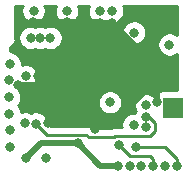
<source format=gbr>
G04 #@! TF.GenerationSoftware,KiCad,Pcbnew,(5.1.2)-1*
G04 #@! TF.CreationDate,2020-11-21T10:17:18+01:00*
G04 #@! TF.ProjectId,HB-ES-PMSwX-Pl_Gosund,48422d45-532d-4504-9d53-77582d506c5f,rev?*
G04 #@! TF.SameCoordinates,Original*
G04 #@! TF.FileFunction,Copper,L2,Inr*
G04 #@! TF.FilePolarity,Positive*
%FSLAX46Y46*%
G04 Gerber Fmt 4.6, Leading zero omitted, Abs format (unit mm)*
G04 Created by KiCad (PCBNEW (5.1.2)-1) date 2020-11-21 10:17:18*
%MOMM*%
%LPD*%
G04 APERTURE LIST*
%ADD10R,1.700000X1.700000*%
%ADD11C,0.800000*%
%ADD12C,0.250000*%
%ADD13C,0.500000*%
%ADD14C,0.254000*%
G04 APERTURE END LIST*
D10*
X126695200Y-66040000D03*
D11*
X121335800Y-65608200D03*
X123342400Y-67513200D03*
X121488200Y-57861200D03*
X118592600Y-69062600D03*
X114223800Y-63398400D03*
X122000000Y-71000000D03*
X120472200Y-57886600D03*
X117678200Y-57886600D03*
X114858800Y-57861200D03*
X114223800Y-70332600D03*
X123380500Y-59702700D03*
X126365000Y-60718700D03*
X125298200Y-63690500D03*
X125298200Y-61671200D03*
X120091200Y-67818000D03*
X125298200Y-65557400D03*
X115214400Y-63398400D03*
X125984000Y-71000000D03*
X120472200Y-58877200D03*
X117678200Y-58826400D03*
X114833400Y-58826400D03*
X121488200Y-58877200D03*
X116078000Y-67310000D03*
X113563400Y-64160400D03*
X123000000Y-71000000D03*
X124409200Y-66852800D03*
X115062000Y-67411600D03*
X115951000Y-70332600D03*
X124409200Y-65862200D03*
X114173000Y-67386200D03*
X112826800Y-69342000D03*
X112826800Y-67945000D03*
X112801400Y-66548000D03*
X112801400Y-65176400D03*
X112801400Y-63728600D03*
X112826800Y-62331600D03*
X127000000Y-71000000D03*
X115443000Y-60147200D03*
X123571000Y-69392800D03*
X125000000Y-71000000D03*
X114604800Y-60147200D03*
X122072400Y-69189600D03*
X124000000Y-71000000D03*
X116281200Y-60147200D03*
X124409200Y-67716400D03*
D12*
X117652800Y-57861200D02*
X117678200Y-57886600D01*
X121462800Y-57886600D02*
X121488200Y-57861200D01*
D13*
X123240800Y-67513200D02*
X123342400Y-67513200D01*
X120530000Y-71000000D02*
X118592600Y-69062600D01*
X122000000Y-71000000D02*
X120530000Y-71000000D01*
X115493800Y-69062600D02*
X118592600Y-69062600D01*
X114223800Y-70332600D02*
X115493800Y-69062600D01*
X114833400Y-58826400D02*
X117678200Y-58826400D01*
D12*
X120421400Y-58826400D02*
X120472200Y-58877200D01*
D13*
X117678200Y-58826400D02*
X120421400Y-58826400D01*
X124282200Y-61671200D02*
X125298200Y-61671200D01*
X121488200Y-58877200D02*
X124282200Y-61671200D01*
X125298200Y-61671200D02*
X125298200Y-65557400D01*
X120472200Y-58877200D02*
X121488200Y-58877200D01*
X116078000Y-66649600D02*
X116078000Y-67310000D01*
X113919000Y-64490600D02*
X113588800Y-64160400D01*
X113919000Y-64490600D02*
X116078000Y-66649600D01*
X113715800Y-64287400D02*
X113919000Y-64490600D01*
X114129085Y-64160400D02*
X113563400Y-64160400D01*
X115018085Y-64160400D02*
X114129085Y-64160400D01*
X115214400Y-63964085D02*
X115018085Y-64160400D01*
X115214400Y-63398400D02*
X115214400Y-63964085D01*
X119583200Y-67310000D02*
X116078000Y-67310000D01*
X120091200Y-67818000D02*
X119583200Y-67310000D01*
D12*
X124898201Y-64090499D02*
X125298200Y-63690500D01*
D13*
X122200501Y-66788199D02*
X124898201Y-64090499D01*
X121121001Y-66788199D02*
X122200501Y-66788199D01*
X120091200Y-67818000D02*
X121121001Y-66788199D01*
D12*
X124618602Y-66852800D02*
X124409200Y-66852800D01*
X125134201Y-67368399D02*
X124618602Y-66852800D01*
X125134201Y-68064401D02*
X125134201Y-67368399D01*
X119315013Y-68337599D02*
X119520415Y-68543001D01*
X119520415Y-68543001D02*
X121645997Y-68543001D01*
X124757201Y-68441401D02*
X125134201Y-68064401D01*
X121645997Y-68543001D02*
X121747597Y-68441401D01*
X121747597Y-68441401D02*
X124757201Y-68441401D01*
X115987999Y-68337599D02*
X115062000Y-67411600D01*
X119315013Y-68337599D02*
X115987999Y-68337599D01*
X127000000Y-70434315D02*
X127000000Y-71000000D01*
X125958485Y-69392800D02*
X127000000Y-70434315D01*
X123571000Y-69392800D02*
X125958485Y-69392800D01*
X122472399Y-69589599D02*
X122072400Y-69189600D01*
X123000601Y-70117801D02*
X122472399Y-69589599D01*
X124683486Y-70117801D02*
X123000601Y-70117801D01*
X125000000Y-70434315D02*
X124683486Y-70117801D01*
X125000000Y-71000000D02*
X125000000Y-70434315D01*
D14*
G36*
X113863574Y-57559302D02*
G01*
X113823800Y-57759261D01*
X113823800Y-57963139D01*
X113863574Y-58163098D01*
X113941595Y-58351456D01*
X114054863Y-58520974D01*
X114199026Y-58665137D01*
X114368544Y-58778405D01*
X114556902Y-58856426D01*
X114756861Y-58896200D01*
X114960739Y-58896200D01*
X115160698Y-58856426D01*
X115349056Y-58778405D01*
X115518574Y-58665137D01*
X115662737Y-58520974D01*
X115776005Y-58351456D01*
X115854026Y-58163098D01*
X115893800Y-57963139D01*
X115893800Y-57759261D01*
X115854026Y-57559302D01*
X115789532Y-57403600D01*
X116757989Y-57403600D01*
X116682974Y-57584702D01*
X116643200Y-57784661D01*
X116643200Y-57988539D01*
X116682974Y-58188498D01*
X116760995Y-58376856D01*
X116874263Y-58546374D01*
X117018426Y-58690537D01*
X117187944Y-58803805D01*
X117376302Y-58881826D01*
X117576261Y-58921600D01*
X117780139Y-58921600D01*
X117980098Y-58881826D01*
X118168456Y-58803805D01*
X118337974Y-58690537D01*
X118482137Y-58546374D01*
X118595405Y-58376856D01*
X118673426Y-58188498D01*
X118713200Y-57988539D01*
X118713200Y-57784661D01*
X118673426Y-57584702D01*
X118598411Y-57403600D01*
X119551989Y-57403600D01*
X119476974Y-57584702D01*
X119437200Y-57784661D01*
X119437200Y-57988539D01*
X119476974Y-58188498D01*
X119554995Y-58376856D01*
X119668263Y-58546374D01*
X119812426Y-58690537D01*
X119981944Y-58803805D01*
X120170302Y-58881826D01*
X120370261Y-58921600D01*
X120574139Y-58921600D01*
X120774098Y-58881826D01*
X120962456Y-58803805D01*
X120999503Y-58779051D01*
X121186302Y-58856426D01*
X121386261Y-58896200D01*
X121590139Y-58896200D01*
X121790098Y-58856426D01*
X121978456Y-58778405D01*
X122147974Y-58665137D01*
X122292137Y-58520974D01*
X122405405Y-58351456D01*
X122483426Y-58163098D01*
X122523200Y-57963139D01*
X122523200Y-57759261D01*
X122483426Y-57559302D01*
X122418932Y-57403600D01*
X127025800Y-57403600D01*
X127025800Y-59915789D01*
X127024774Y-59914763D01*
X126855256Y-59801495D01*
X126666898Y-59723474D01*
X126466939Y-59683700D01*
X126263061Y-59683700D01*
X126063102Y-59723474D01*
X125874744Y-59801495D01*
X125705226Y-59914763D01*
X125561063Y-60058926D01*
X125447795Y-60228444D01*
X125369774Y-60416802D01*
X125330000Y-60616761D01*
X125330000Y-60820639D01*
X125369774Y-61020598D01*
X125447795Y-61208956D01*
X125561063Y-61378474D01*
X125705226Y-61522637D01*
X125874744Y-61635905D01*
X126063102Y-61713926D01*
X126263061Y-61753700D01*
X126466939Y-61753700D01*
X126666898Y-61713926D01*
X126855256Y-61635905D01*
X127024774Y-61522637D01*
X127025800Y-61521611D01*
X127025801Y-64551928D01*
X125845200Y-64551928D01*
X125720718Y-64564188D01*
X125601020Y-64600498D01*
X125490706Y-64659463D01*
X125394015Y-64738815D01*
X125314663Y-64835506D01*
X125255698Y-64945820D01*
X125219388Y-65065518D01*
X125207128Y-65190000D01*
X125207128Y-65196417D01*
X125068974Y-65058263D01*
X124899456Y-64944995D01*
X124711098Y-64866974D01*
X124511139Y-64827200D01*
X124307261Y-64827200D01*
X124107302Y-64866974D01*
X123918944Y-64944995D01*
X123749426Y-65058263D01*
X123605263Y-65202426D01*
X123491995Y-65371944D01*
X123413974Y-65560302D01*
X123374200Y-65760261D01*
X123374200Y-65964139D01*
X123413974Y-66164098D01*
X123491995Y-66352456D01*
X123495365Y-66357500D01*
X123491995Y-66362544D01*
X123444088Y-66478200D01*
X123240461Y-66478200D01*
X123040502Y-66517974D01*
X122852144Y-66595995D01*
X122682626Y-66709263D01*
X122538463Y-66853426D01*
X122425195Y-67022944D01*
X122347174Y-67211302D01*
X122307400Y-67411261D01*
X122307400Y-67615139D01*
X122320580Y-67681401D01*
X121784919Y-67681401D01*
X121747596Y-67677725D01*
X121710274Y-67681401D01*
X121710264Y-67681401D01*
X121598611Y-67692398D01*
X121455350Y-67735855D01*
X121367147Y-67783001D01*
X119837227Y-67783001D01*
X119739289Y-67702625D01*
X119607260Y-67632053D01*
X119463999Y-67588596D01*
X119352346Y-67577599D01*
X119352335Y-67577599D01*
X119315013Y-67573923D01*
X119277691Y-67577599D01*
X116302801Y-67577599D01*
X116097000Y-67371798D01*
X116097000Y-67309661D01*
X116057226Y-67109702D01*
X115979205Y-66921344D01*
X115865937Y-66751826D01*
X115721774Y-66607663D01*
X115552256Y-66494395D01*
X115363898Y-66416374D01*
X115163939Y-66376600D01*
X114960061Y-66376600D01*
X114760102Y-66416374D01*
X114648160Y-66462742D01*
X114474898Y-66390974D01*
X114274939Y-66351200D01*
X114071061Y-66351200D01*
X113871102Y-66390974D01*
X113828918Y-66408447D01*
X113796626Y-66246102D01*
X113718605Y-66057744D01*
X113605337Y-65888226D01*
X113579311Y-65862200D01*
X113605337Y-65836174D01*
X113718605Y-65666656D01*
X113785043Y-65506261D01*
X120300800Y-65506261D01*
X120300800Y-65710139D01*
X120340574Y-65910098D01*
X120418595Y-66098456D01*
X120531863Y-66267974D01*
X120676026Y-66412137D01*
X120845544Y-66525405D01*
X121033902Y-66603426D01*
X121233861Y-66643200D01*
X121437739Y-66643200D01*
X121637698Y-66603426D01*
X121826056Y-66525405D01*
X121995574Y-66412137D01*
X122139737Y-66267974D01*
X122253005Y-66098456D01*
X122331026Y-65910098D01*
X122370800Y-65710139D01*
X122370800Y-65506261D01*
X122331026Y-65306302D01*
X122253005Y-65117944D01*
X122139737Y-64948426D01*
X121995574Y-64804263D01*
X121826056Y-64690995D01*
X121637698Y-64612974D01*
X121437739Y-64573200D01*
X121233861Y-64573200D01*
X121033902Y-64612974D01*
X120845544Y-64690995D01*
X120676026Y-64804263D01*
X120531863Y-64948426D01*
X120418595Y-65117944D01*
X120340574Y-65306302D01*
X120300800Y-65506261D01*
X113785043Y-65506261D01*
X113796626Y-65478298D01*
X113836400Y-65278339D01*
X113836400Y-65074461D01*
X113796626Y-64874502D01*
X113718605Y-64686144D01*
X113605337Y-64516626D01*
X113541211Y-64452500D01*
X113605337Y-64388374D01*
X113678524Y-64278842D01*
X113733544Y-64315605D01*
X113921902Y-64393626D01*
X114121861Y-64433400D01*
X114325739Y-64433400D01*
X114525698Y-64393626D01*
X114714056Y-64315605D01*
X114883574Y-64202337D01*
X115027737Y-64058174D01*
X115141005Y-63888656D01*
X115219026Y-63700298D01*
X115258800Y-63500339D01*
X115258800Y-63296461D01*
X115219026Y-63096502D01*
X115141005Y-62908144D01*
X115027737Y-62738626D01*
X114883574Y-62594463D01*
X114714056Y-62481195D01*
X114525698Y-62403174D01*
X114325739Y-62363400D01*
X114121861Y-62363400D01*
X113921902Y-62403174D01*
X113861800Y-62428069D01*
X113861800Y-62229661D01*
X113822026Y-62029702D01*
X113744005Y-61841344D01*
X113630737Y-61671826D01*
X113486574Y-61527663D01*
X113317056Y-61414395D01*
X113128698Y-61336374D01*
X112928739Y-61296600D01*
X112844578Y-61296600D01*
X112845188Y-60937490D01*
X112928193Y-60912310D01*
X113042850Y-60851025D01*
X113143348Y-60768548D01*
X113225825Y-60668050D01*
X113287110Y-60553393D01*
X113324850Y-60428983D01*
X113337593Y-60299600D01*
X113334400Y-60267181D01*
X113334400Y-60045261D01*
X113569800Y-60045261D01*
X113569800Y-60249139D01*
X113609574Y-60449098D01*
X113687595Y-60637456D01*
X113800863Y-60806974D01*
X113945026Y-60951137D01*
X114114544Y-61064405D01*
X114302902Y-61142426D01*
X114502861Y-61182200D01*
X114706739Y-61182200D01*
X114906698Y-61142426D01*
X115023900Y-61093879D01*
X115141102Y-61142426D01*
X115341061Y-61182200D01*
X115544939Y-61182200D01*
X115744898Y-61142426D01*
X115862100Y-61093879D01*
X115979302Y-61142426D01*
X116179261Y-61182200D01*
X116383139Y-61182200D01*
X116583098Y-61142426D01*
X116771456Y-61064405D01*
X116940974Y-60951137D01*
X117085137Y-60806974D01*
X117198405Y-60637456D01*
X117276426Y-60449098D01*
X117316200Y-60249139D01*
X117316200Y-60045261D01*
X117276426Y-59845302D01*
X117198405Y-59656944D01*
X117160865Y-59600761D01*
X122345500Y-59600761D01*
X122345500Y-59804639D01*
X122385274Y-60004598D01*
X122463295Y-60192956D01*
X122576563Y-60362474D01*
X122720726Y-60506637D01*
X122890244Y-60619905D01*
X123078602Y-60697926D01*
X123278561Y-60737700D01*
X123482439Y-60737700D01*
X123682398Y-60697926D01*
X123870756Y-60619905D01*
X124040274Y-60506637D01*
X124184437Y-60362474D01*
X124297705Y-60192956D01*
X124375726Y-60004598D01*
X124415500Y-59804639D01*
X124415500Y-59600761D01*
X124375726Y-59400802D01*
X124297705Y-59212444D01*
X124184437Y-59042926D01*
X124040274Y-58898763D01*
X123870756Y-58785495D01*
X123682398Y-58707474D01*
X123482439Y-58667700D01*
X123278561Y-58667700D01*
X123078602Y-58707474D01*
X122890244Y-58785495D01*
X122720726Y-58898763D01*
X122576563Y-59042926D01*
X122463295Y-59212444D01*
X122385274Y-59400802D01*
X122345500Y-59600761D01*
X117160865Y-59600761D01*
X117085137Y-59487426D01*
X116940974Y-59343263D01*
X116771456Y-59229995D01*
X116583098Y-59151974D01*
X116383139Y-59112200D01*
X116179261Y-59112200D01*
X115979302Y-59151974D01*
X115862100Y-59200521D01*
X115744898Y-59151974D01*
X115544939Y-59112200D01*
X115341061Y-59112200D01*
X115141102Y-59151974D01*
X115023900Y-59200521D01*
X114906698Y-59151974D01*
X114706739Y-59112200D01*
X114502861Y-59112200D01*
X114302902Y-59151974D01*
X114114544Y-59229995D01*
X113945026Y-59343263D01*
X113800863Y-59487426D01*
X113687595Y-59656944D01*
X113609574Y-59845302D01*
X113569800Y-60045261D01*
X113334400Y-60045261D01*
X113334400Y-57403600D01*
X113928068Y-57403600D01*
X113863574Y-57559302D01*
X113863574Y-57559302D01*
G37*
X113863574Y-57559302D02*
X113823800Y-57759261D01*
X113823800Y-57963139D01*
X113863574Y-58163098D01*
X113941595Y-58351456D01*
X114054863Y-58520974D01*
X114199026Y-58665137D01*
X114368544Y-58778405D01*
X114556902Y-58856426D01*
X114756861Y-58896200D01*
X114960739Y-58896200D01*
X115160698Y-58856426D01*
X115349056Y-58778405D01*
X115518574Y-58665137D01*
X115662737Y-58520974D01*
X115776005Y-58351456D01*
X115854026Y-58163098D01*
X115893800Y-57963139D01*
X115893800Y-57759261D01*
X115854026Y-57559302D01*
X115789532Y-57403600D01*
X116757989Y-57403600D01*
X116682974Y-57584702D01*
X116643200Y-57784661D01*
X116643200Y-57988539D01*
X116682974Y-58188498D01*
X116760995Y-58376856D01*
X116874263Y-58546374D01*
X117018426Y-58690537D01*
X117187944Y-58803805D01*
X117376302Y-58881826D01*
X117576261Y-58921600D01*
X117780139Y-58921600D01*
X117980098Y-58881826D01*
X118168456Y-58803805D01*
X118337974Y-58690537D01*
X118482137Y-58546374D01*
X118595405Y-58376856D01*
X118673426Y-58188498D01*
X118713200Y-57988539D01*
X118713200Y-57784661D01*
X118673426Y-57584702D01*
X118598411Y-57403600D01*
X119551989Y-57403600D01*
X119476974Y-57584702D01*
X119437200Y-57784661D01*
X119437200Y-57988539D01*
X119476974Y-58188498D01*
X119554995Y-58376856D01*
X119668263Y-58546374D01*
X119812426Y-58690537D01*
X119981944Y-58803805D01*
X120170302Y-58881826D01*
X120370261Y-58921600D01*
X120574139Y-58921600D01*
X120774098Y-58881826D01*
X120962456Y-58803805D01*
X120999503Y-58779051D01*
X121186302Y-58856426D01*
X121386261Y-58896200D01*
X121590139Y-58896200D01*
X121790098Y-58856426D01*
X121978456Y-58778405D01*
X122147974Y-58665137D01*
X122292137Y-58520974D01*
X122405405Y-58351456D01*
X122483426Y-58163098D01*
X122523200Y-57963139D01*
X122523200Y-57759261D01*
X122483426Y-57559302D01*
X122418932Y-57403600D01*
X127025800Y-57403600D01*
X127025800Y-59915789D01*
X127024774Y-59914763D01*
X126855256Y-59801495D01*
X126666898Y-59723474D01*
X126466939Y-59683700D01*
X126263061Y-59683700D01*
X126063102Y-59723474D01*
X125874744Y-59801495D01*
X125705226Y-59914763D01*
X125561063Y-60058926D01*
X125447795Y-60228444D01*
X125369774Y-60416802D01*
X125330000Y-60616761D01*
X125330000Y-60820639D01*
X125369774Y-61020598D01*
X125447795Y-61208956D01*
X125561063Y-61378474D01*
X125705226Y-61522637D01*
X125874744Y-61635905D01*
X126063102Y-61713926D01*
X126263061Y-61753700D01*
X126466939Y-61753700D01*
X126666898Y-61713926D01*
X126855256Y-61635905D01*
X127024774Y-61522637D01*
X127025800Y-61521611D01*
X127025801Y-64551928D01*
X125845200Y-64551928D01*
X125720718Y-64564188D01*
X125601020Y-64600498D01*
X125490706Y-64659463D01*
X125394015Y-64738815D01*
X125314663Y-64835506D01*
X125255698Y-64945820D01*
X125219388Y-65065518D01*
X125207128Y-65190000D01*
X125207128Y-65196417D01*
X125068974Y-65058263D01*
X124899456Y-64944995D01*
X124711098Y-64866974D01*
X124511139Y-64827200D01*
X124307261Y-64827200D01*
X124107302Y-64866974D01*
X123918944Y-64944995D01*
X123749426Y-65058263D01*
X123605263Y-65202426D01*
X123491995Y-65371944D01*
X123413974Y-65560302D01*
X123374200Y-65760261D01*
X123374200Y-65964139D01*
X123413974Y-66164098D01*
X123491995Y-66352456D01*
X123495365Y-66357500D01*
X123491995Y-66362544D01*
X123444088Y-66478200D01*
X123240461Y-66478200D01*
X123040502Y-66517974D01*
X122852144Y-66595995D01*
X122682626Y-66709263D01*
X122538463Y-66853426D01*
X122425195Y-67022944D01*
X122347174Y-67211302D01*
X122307400Y-67411261D01*
X122307400Y-67615139D01*
X122320580Y-67681401D01*
X121784919Y-67681401D01*
X121747596Y-67677725D01*
X121710274Y-67681401D01*
X121710264Y-67681401D01*
X121598611Y-67692398D01*
X121455350Y-67735855D01*
X121367147Y-67783001D01*
X119837227Y-67783001D01*
X119739289Y-67702625D01*
X119607260Y-67632053D01*
X119463999Y-67588596D01*
X119352346Y-67577599D01*
X119352335Y-67577599D01*
X119315013Y-67573923D01*
X119277691Y-67577599D01*
X116302801Y-67577599D01*
X116097000Y-67371798D01*
X116097000Y-67309661D01*
X116057226Y-67109702D01*
X115979205Y-66921344D01*
X115865937Y-66751826D01*
X115721774Y-66607663D01*
X115552256Y-66494395D01*
X115363898Y-66416374D01*
X115163939Y-66376600D01*
X114960061Y-66376600D01*
X114760102Y-66416374D01*
X114648160Y-66462742D01*
X114474898Y-66390974D01*
X114274939Y-66351200D01*
X114071061Y-66351200D01*
X113871102Y-66390974D01*
X113828918Y-66408447D01*
X113796626Y-66246102D01*
X113718605Y-66057744D01*
X113605337Y-65888226D01*
X113579311Y-65862200D01*
X113605337Y-65836174D01*
X113718605Y-65666656D01*
X113785043Y-65506261D01*
X120300800Y-65506261D01*
X120300800Y-65710139D01*
X120340574Y-65910098D01*
X120418595Y-66098456D01*
X120531863Y-66267974D01*
X120676026Y-66412137D01*
X120845544Y-66525405D01*
X121033902Y-66603426D01*
X121233861Y-66643200D01*
X121437739Y-66643200D01*
X121637698Y-66603426D01*
X121826056Y-66525405D01*
X121995574Y-66412137D01*
X122139737Y-66267974D01*
X122253005Y-66098456D01*
X122331026Y-65910098D01*
X122370800Y-65710139D01*
X122370800Y-65506261D01*
X122331026Y-65306302D01*
X122253005Y-65117944D01*
X122139737Y-64948426D01*
X121995574Y-64804263D01*
X121826056Y-64690995D01*
X121637698Y-64612974D01*
X121437739Y-64573200D01*
X121233861Y-64573200D01*
X121033902Y-64612974D01*
X120845544Y-64690995D01*
X120676026Y-64804263D01*
X120531863Y-64948426D01*
X120418595Y-65117944D01*
X120340574Y-65306302D01*
X120300800Y-65506261D01*
X113785043Y-65506261D01*
X113796626Y-65478298D01*
X113836400Y-65278339D01*
X113836400Y-65074461D01*
X113796626Y-64874502D01*
X113718605Y-64686144D01*
X113605337Y-64516626D01*
X113541211Y-64452500D01*
X113605337Y-64388374D01*
X113678524Y-64278842D01*
X113733544Y-64315605D01*
X113921902Y-64393626D01*
X114121861Y-64433400D01*
X114325739Y-64433400D01*
X114525698Y-64393626D01*
X114714056Y-64315605D01*
X114883574Y-64202337D01*
X115027737Y-64058174D01*
X115141005Y-63888656D01*
X115219026Y-63700298D01*
X115258800Y-63500339D01*
X115258800Y-63296461D01*
X115219026Y-63096502D01*
X115141005Y-62908144D01*
X115027737Y-62738626D01*
X114883574Y-62594463D01*
X114714056Y-62481195D01*
X114525698Y-62403174D01*
X114325739Y-62363400D01*
X114121861Y-62363400D01*
X113921902Y-62403174D01*
X113861800Y-62428069D01*
X113861800Y-62229661D01*
X113822026Y-62029702D01*
X113744005Y-61841344D01*
X113630737Y-61671826D01*
X113486574Y-61527663D01*
X113317056Y-61414395D01*
X113128698Y-61336374D01*
X112928739Y-61296600D01*
X112844578Y-61296600D01*
X112845188Y-60937490D01*
X112928193Y-60912310D01*
X113042850Y-60851025D01*
X113143348Y-60768548D01*
X113225825Y-60668050D01*
X113287110Y-60553393D01*
X113324850Y-60428983D01*
X113337593Y-60299600D01*
X113334400Y-60267181D01*
X113334400Y-60045261D01*
X113569800Y-60045261D01*
X113569800Y-60249139D01*
X113609574Y-60449098D01*
X113687595Y-60637456D01*
X113800863Y-60806974D01*
X113945026Y-60951137D01*
X114114544Y-61064405D01*
X114302902Y-61142426D01*
X114502861Y-61182200D01*
X114706739Y-61182200D01*
X114906698Y-61142426D01*
X115023900Y-61093879D01*
X115141102Y-61142426D01*
X115341061Y-61182200D01*
X115544939Y-61182200D01*
X115744898Y-61142426D01*
X115862100Y-61093879D01*
X115979302Y-61142426D01*
X116179261Y-61182200D01*
X116383139Y-61182200D01*
X116583098Y-61142426D01*
X116771456Y-61064405D01*
X116940974Y-60951137D01*
X117085137Y-60806974D01*
X117198405Y-60637456D01*
X117276426Y-60449098D01*
X117316200Y-60249139D01*
X117316200Y-60045261D01*
X117276426Y-59845302D01*
X117198405Y-59656944D01*
X117160865Y-59600761D01*
X122345500Y-59600761D01*
X122345500Y-59804639D01*
X122385274Y-60004598D01*
X122463295Y-60192956D01*
X122576563Y-60362474D01*
X122720726Y-60506637D01*
X122890244Y-60619905D01*
X123078602Y-60697926D01*
X123278561Y-60737700D01*
X123482439Y-60737700D01*
X123682398Y-60697926D01*
X123870756Y-60619905D01*
X124040274Y-60506637D01*
X124184437Y-60362474D01*
X124297705Y-60192956D01*
X124375726Y-60004598D01*
X124415500Y-59804639D01*
X124415500Y-59600761D01*
X124375726Y-59400802D01*
X124297705Y-59212444D01*
X124184437Y-59042926D01*
X124040274Y-58898763D01*
X123870756Y-58785495D01*
X123682398Y-58707474D01*
X123482439Y-58667700D01*
X123278561Y-58667700D01*
X123078602Y-58707474D01*
X122890244Y-58785495D01*
X122720726Y-58898763D01*
X122576563Y-59042926D01*
X122463295Y-59212444D01*
X122385274Y-59400802D01*
X122345500Y-59600761D01*
X117160865Y-59600761D01*
X117085137Y-59487426D01*
X116940974Y-59343263D01*
X116771456Y-59229995D01*
X116583098Y-59151974D01*
X116383139Y-59112200D01*
X116179261Y-59112200D01*
X115979302Y-59151974D01*
X115862100Y-59200521D01*
X115744898Y-59151974D01*
X115544939Y-59112200D01*
X115341061Y-59112200D01*
X115141102Y-59151974D01*
X115023900Y-59200521D01*
X114906698Y-59151974D01*
X114706739Y-59112200D01*
X114502861Y-59112200D01*
X114302902Y-59151974D01*
X114114544Y-59229995D01*
X113945026Y-59343263D01*
X113800863Y-59487426D01*
X113687595Y-59656944D01*
X113609574Y-59845302D01*
X113569800Y-60045261D01*
X113334400Y-60045261D01*
X113334400Y-57403600D01*
X113928068Y-57403600D01*
X113863574Y-57559302D01*
M02*

</source>
